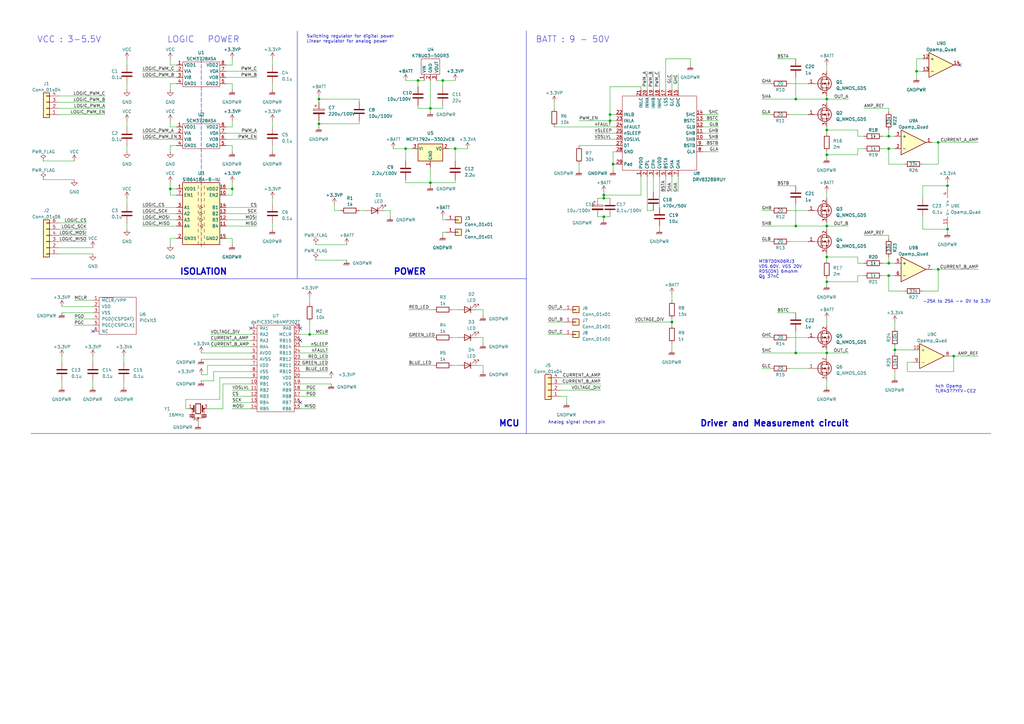
<source format=kicad_sch>
(kicad_sch (version 20230121) (generator eeschema)
  (paper "A3")
  (title_block (comment 3 "MCU or FPGA is needed to control BLDC motor") (comment 4 "BLDC motor drive circuit with Current measurement and Isolation"))
  (lib_symbols
    (symbol "0_kicad_wood:DCDC_Converter_3pin"
      (property "Reference" "U" (at -12.7 7.62 0))
      (property "Value" "DCDC_Converter_3pin" (at 0 7.62 0))
      (symbol "DCDC_Converter_3pin_1_1"
        (pin power_in line (at -2.54 -2.54 90) (length 2.54) (name "VIN") (number "1"))
        (pin power_in line (at 0 -2.54 90) (length 2.54) (name "GND") (number "2"))
        (pin power_out line (at 2.54 -2.54 90) (length 2.54) (name "VOUT") (number "3"))
      )
    )
    (symbol "0_kicad_wood:DRV8328(A/B)RUY"
      (property "Reference" "U" (at 0 0 0))
      (property "Value" "DRV8328(A/B)RUY" (at 0 -2.54 0))
      (symbol "DRV8328(A/B)RUY_1_1"
        (pin passive line (at -17.78 7.62 0) (length 2.54) (name "PVDD") (number "1"))
        (pin passive line (at -2.54 -17.78 90) (length 2.54) (name "SHB") (number "10"))
        (pin passive line (at 0 -17.78 90) (length 2.54) (name "GHB") (number "11"))
        (pin passive line (at 2.54 -17.78 90) (length 2.54) (name "GLB") (number "12"))
        (pin passive line (at 5.08 -17.78 90) (length 2.54) (name "BSTC") (number "13"))
        (pin passive line (at 7.62 -17.78 90) (length 2.54) (name "SHC") (number "14"))
        (pin passive line (at 17.78 -7.62 180) (length 2.54) (name "GHC") (number "15"))
        (pin passive line (at 17.78 -5.08 180) (length 2.54) (name "GLC") (number "16"))
        (pin passive line (at 17.78 -2.54 180) (length 2.54) (name "LSS") (number "17"))
        (pin passive line (at 17.78 0 180) (length 2.54) (name "INHC") (number "18"))
        (pin passive line (at 17.78 2.54 180) (length 2.54) (name "INHB") (number "19"))
        (pin passive line (at -17.78 5.08 0) (length 2.54) (name "CPL") (number "2"))
        (pin passive line (at 17.78 5.08 180) (length 2.54) (name "INHA") (number "20"))
        (pin passive line (at 17.78 7.62 180) (length 2.54) (name "INLC") (number "21"))
        (pin passive line (at 7.62 17.78 270) (length 2.54) (name "INLB") (number "22"))
        (pin passive line (at 5.08 17.78 270) (length 2.54) (name "INLA") (number "23"))
        (pin passive line (at 2.54 17.78 270) (length 2.54) (name "nFAULT") (number "24"))
        (pin passive line (at 0 17.78 270) (length 2.54) (name "nSLEEP") (number "25"))
        (pin passive line (at -2.54 17.78 270) (length 2.54) (name "VDSLVL") (number "26"))
        (pin passive line (at -5.08 17.78 270) (length 2.54) (name "DT") (number "27"))
        (pin passive line (at -7.62 17.78 270) (length 2.54) (name "GND") (number "28"))
        (pin passive line (at -12.7 17.78 270) (length 2.54) (name "Pad") (number "29"))
        (pin passive line (at -17.78 2.54 0) (length 2.54) (name "CPH") (number "3"))
        (pin passive line (at -17.78 0 0) (length 2.54) (name "GVDD") (number "4"))
        (pin passive line (at -17.78 -2.54 0) (length 2.54) (name "BSTA") (number "5"))
        (pin passive line (at -17.78 -5.08 0) (length 2.54) (name "SHA") (number "6"))
        (pin passive line (at -17.78 -7.62 0) (length 2.54) (name "GHA") (number "7"))
        (pin passive line (at -7.62 -17.78 90) (length 2.54) (name "GLA") (number "8"))
        (pin passive line (at -5.08 -17.78 90) (length 2.54) (name "BSTB") (number "9"))
      )
    )
    (symbol "0_kicad_wood:PICkit3" (pin_names (offset 1.016))
      (property "Reference" "U" (at -7.62 8.89 0))
      (property "Value" "PICkit3" (at 0 8.89 0))
      (symbol "PICkit3_1_1"
        (pin passive line (at -10.16 6.35 0) (length 2.54) (name "~{MCLR}/VPP") (number "1"))
        (pin passive line (at -10.16 3.81 0) (length 2.54) (name "VDD") (number "2"))
        (pin passive line (at -10.16 1.27 0) (length 2.54) (name "VSS") (number "3"))
        (pin passive line (at -10.16 -1.27 0) (length 2.54) (name "PGD(ICSPDAT)") (number "4"))
        (pin passive line (at -10.16 -3.81 0) (length 2.54) (name "PGC(ICSPCLK)") (number "5"))
        (pin passive line (at -10.16 -6.35 0) (length 2.54) (name "NC") (number "6"))
      )
    )
    (symbol "0_kicad_wood:SCM3728ASA"
      (property "Reference" "U" (at 0 8.89 0))
      (property "Value" "SCM3728ASA" (at 0 6.35 0))
      (symbol "SCM3728ASA_1_1"
        (pin passive line (at -10.16 3.81 0) (length 2.54) (name "VDD1") (number "1"))
        (pin passive line (at -10.16 1.27 0) (length 2.54) (name "VIA") (number "2"))
        (pin passive line (at -10.16 -1.27 0) (length 2.54) (name "VIB") (number "3"))
        (pin passive line (at -10.16 -3.81 0) (length 2.54) (name "GND1") (number "4"))
        (pin passive line (at 10.16 -3.81 180) (length 2.54) (name "GND2") (number "5"))
        (pin passive line (at 10.16 -1.27 180) (length 2.54) (name "VOB") (number "6"))
        (pin passive line (at 10.16 1.27 180) (length 2.54) (name "VOA") (number "7"))
        (pin passive line (at 10.16 3.81 180) (length 2.54) (name "VDD2") (number "8"))
      )
    )
    (symbol "0_kicad_wood:dsPIC33CH64MP202T" (pin_names (offset 1.016))
      (property "Reference" "U" (at -13.97 20.32 0))
      (property "Value" "dsPIC33CH64MP202T" (at 0 20.32 0))
      (symbol "dsPIC33CH64MP202T_1_1"
        (pin passive line (at -10.16 16.51 0) (length 2.54) (name "RA1") (number "1"))
        (pin passive line (at -10.16 -6.35 0) (length 2.54) (name "RB1") (number "10"))
        (pin passive line (at -10.16 -8.89 0) (length 2.54) (name "RB2") (number "11"))
        (pin passive line (at -10.16 -11.43 0) (length 2.54) (name "RB3") (number "12"))
        (pin passive line (at -10.16 -13.97 0) (length 2.54) (name "RB4") (number "13"))
        (pin passive line (at -10.16 -16.51 0) (length 2.54) (name "RB5") (number "14"))
        (pin passive line (at 10.16 -16.51 180) (length 2.54) (name "RB6") (number "15"))
        (pin passive line (at 10.16 -13.97 180) (length 2.54) (name "RB7") (number "16"))
        (pin passive line (at 10.16 -11.43 180) (length 2.54) (name "RB8") (number "17"))
        (pin passive line (at 10.16 -8.89 180) (length 2.54) (name "RB9") (number "18"))
        (pin passive line (at 10.16 -6.35 180) (length 2.54) (name "VSS") (number "19"))
        (pin passive line (at -10.16 13.97 0) (length 2.54) (name "RA2") (number "2"))
        (pin passive line (at 10.16 -3.81 180) (length 2.54) (name "VDD") (number "20"))
        (pin passive line (at 10.16 -1.27 180) (length 2.54) (name "RB10") (number "21"))
        (pin passive line (at 10.16 1.27 180) (length 2.54) (name "RB11") (number "22"))
        (pin passive line (at 10.16 3.81 180) (length 2.54) (name "RB12") (number "23"))
        (pin passive line (at 10.16 6.35 180) (length 2.54) (name "RB13") (number "24"))
        (pin passive line (at 10.16 8.89 180) (length 2.54) (name "RB14") (number "25"))
        (pin passive line (at 10.16 11.43 180) (length 2.54) (name "RB15") (number "26"))
        (pin passive line (at 10.16 13.97 180) (length 2.54) (name "MCLR") (number "27"))
        (pin passive line (at 10.16 16.51 180) (length 2.54) (name "RA0") (number "28"))
        (pin passive line (at -10.16 11.43 0) (length 2.54) (name "RA3") (number "3"))
        (pin passive line (at -10.16 8.89 0) (length 2.54) (name "RA4") (number "4"))
        (pin passive line (at -10.16 6.35 0) (length 2.54) (name "AVDD") (number "5"))
        (pin passive line (at -10.16 3.81 0) (length 2.54) (name "AVSS") (number "6"))
        (pin passive line (at -10.16 1.27 0) (length 2.54) (name "VDD") (number "7"))
        (pin passive line (at -10.16 -1.27 0) (length 2.54) (name "VSS") (number "8"))
        (pin passive line (at -10.16 -3.81 0) (length 2.54) (name "RB0") (number "9"))
      )
    )
    (symbol "Connector_Generic:Conn_01x01" (pin_names (offset 1.016) hide)
      (property "Reference" "J" (at 0 2.54 0))
      (property "Value" "Conn_01x01" (at 0 -2.54 0))
      (symbol "Conn_01x01_1_1"
        (pin passive line (at -5.08 0 0) (length 3.81) (name "Pin_1") (number "1"))
      )
    )
    (symbol "Connector_Generic:Conn_01x04" (pin_names (offset 1.016) hide)
      (property "Reference" "J" (at 0 5.08 0))
      (property "Value" "Conn_01x04" (at 0 -7.62 0))
      (symbol "Conn_01x04_1_1"
        (pin passive line (at -5.08 2.54 0) (length 3.81) (name "Pin_1") (number "1"))
        (pin passive line (at -5.08 0 0) (length 3.81) (name "Pin_2") (number "2"))
        (pin passive line (at -5.08 -2.54 0) (length 3.81) (name "Pin_3") (number "3"))
        (pin passive line (at -5.08 -5.08 0) (length 3.81) (name "Pin_4") (number "4"))
      )
    )
    (symbol "Connector_Generic:Conn_01x06" (pin_names (offset 1.016) hide)
      (property "Reference" "J" (at 0 7.62 0))
      (property "Value" "Conn_01x06" (at 0 -10.16 0))
      (symbol "Conn_01x06_1_1"
        (pin passive line (at -5.08 5.08 0) (length 3.81) (name "Pin_1") (number "1"))
        (pin passive line (at -5.08 2.54 0) (length 3.81) (name "Pin_2") (number "2"))
        (pin passive line (at -5.08 0 0) (length 3.81) (name "Pin_3") (number "3"))
        (pin passive line (at -5.08 -2.54 0) (length 3.81) (name "Pin_4") (number "4"))
        (pin passive line (at -5.08 -5.08 0) (length 3.81) (name "Pin_5") (number "5"))
        (pin passive line (at -5.08 -7.62 0) (length 3.81) (name "Pin_6") (number "6"))
      )
    )
    (symbol "Device:C" (pin_numbers hide) (pin_names (offset 0.254))
      (property "Reference" "C" (at 0.635 2.54 0))
      (property "Value" "C" (at 0.635 -2.54 0))
      (symbol "C_1_1"
        (pin passive line (at 0 3.81 270) (length 2.794) (name "~") (number "1"))
        (pin passive line (at 0 -3.81 90) (length 2.794) (name "~") (number "2"))
      )
    )
    (symbol "Device:C_Polarized" (pin_numbers hide) (pin_names (offset 0.254))
      (property "Reference" "C" (at 0.635 2.54 0))
      (property "Value" "C_Polarized" (at 0.635 -2.54 0))
      (symbol "C_Polarized_1_1"
        (pin passive line (at 0 3.81 270) (length 2.794) (name "~") (number "1"))
        (pin passive line (at 0 -3.81 90) (length 2.794) (name "~") (number "2"))
      )
    )
    (symbol "Device:LED" (pin_numbers hide) (pin_names (offset 1.016) hide)
      (property "Reference" "D" (at 0 2.54 0))
      (property "Value" "LED" (at 0 -2.54 0))
      (symbol "LED_1_1"
        (pin passive line (at -3.81 0 0) (length 2.54) (name "K") (number "1"))
        (pin passive line (at 3.81 0 180) (length 2.54) (name "A") (number "2"))
      )
    )
    (symbol "Device:Opamp_Quad"
      (property "Reference" "U" (at 0 5.08 0))
      (property "Value" "Opamp_Quad" (at 0 -5.08 0))
      (symbol "Opamp_Quad_1_1"
        (pin output line (at 7.62 0 180) (length 2.54) (name "~") (number "1"))
        (pin input line (at -7.62 -2.54 0) (length 2.54) (name "-") (number "2"))
        (pin input line (at -7.62 2.54 0) (length 2.54) (name "+") (number "3"))
      )
      (symbol "Opamp_Quad_2_1"
        (pin input line (at -7.62 2.54 0) (length 2.54) (name "+") (number "5"))
        (pin input line (at -7.62 -2.54 0) (length 2.54) (name "-") (number "6"))
        (pin output line (at 7.62 0 180) (length 2.54) (name "~") (number "7"))
      )
      (symbol "Opamp_Quad_3_1"
        (pin input line (at -7.62 2.54 0) (length 2.54) (name "+") (number "10"))
        (pin output line (at 7.62 0 180) (length 2.54) (name "~") (number "8"))
        (pin input line (at -7.62 -2.54 0) (length 2.54) (name "-") (number "9"))
      )
      (symbol "Opamp_Quad_4_1"
        (pin input line (at -7.62 2.54 0) (length 2.54) (name "+") (number "12"))
        (pin input line (at -7.62 -2.54 0) (length 2.54) (name "-") (number "13"))
        (pin output line (at 7.62 0 180) (length 2.54) (name "~") (number "14"))
      )
      (symbol "Opamp_Quad_5_1"
        (pin power_in line (at -2.54 -7.62 90) (length 3.81) (name "V-") (number "11"))
        (pin power_in line (at -2.54 7.62 270) (length 3.81) (name "V+") (number "4"))
      )
    )
    (symbol "Device:Q_NMOS_GDS" (pin_names (offset 0) hide)
      (property "Reference" "Q" (at 5.08 1.27 0))
      (property "Value" "Q_NMOS_GDS" (at 5.08 -1.27 0))
      (symbol "Q_NMOS_GDS_1_1"
        (pin input line (at -5.08 0 0) (length 2.54) (name "G") (number "1"))
        (pin passive line (at 2.54 5.08 270) (length 2.54) (name "D") (number "2"))
        (pin passive line (at 2.54 -5.08 90) (length 2.54) (name "S") (number "3"))
      )
    )
    (symbol "Device:R" (pin_numbers hide) (pin_names (offset 0))
      (property "Reference" "R" (at 2.032 0 90))
      (property "Value" "R" (at 0 0 90))
      (symbol "R_1_1"
        (pin passive line (at 0 3.81 270) (length 1.27) (name "~") (number "1"))
        (pin passive line (at 0 -3.81 90) (length 1.27) (name "~") (number "2"))
      )
    )
    (symbol "Device:Resonator" (pin_names (offset 1.016) hide)
      (property "Reference" "Y" (at 0 5.715 0))
      (property "Value" "Resonator" (at 0 3.81 0))
      (symbol "Resonator_1_1"
        (pin passive line (at -3.81 0 0) (length 1.27) (name "1") (number "1"))
        (pin passive line (at 0 -5.08 90) (length 1.27) (name "2") (number "2"))
        (pin passive line (at 3.81 0 180) (length 1.27) (name "3") (number "3"))
      )
    )
    (symbol "Isolator:Si8641BA-B-IU"
      (property "Reference" "U" (at 0 15.875 0))
      (property "Value" "Si8641BA-B-IU" (at 0 13.97 0))
      (symbol "Si8641BA-B-IU_1_1"
        (pin power_in line (at -10.16 10.16 0) (length 2.54) (name "VDD1") (number "1"))
        (pin input line (at 10.16 7.62 180) (length 2.54) (name "EN2") (number "10"))
        (pin input line (at 10.16 -5.08 180) (length 2.54) (name "B4") (number "11"))
        (pin output line (at 10.16 -2.54 180) (length 2.54) (name "B3") (number "12"))
        (pin output line (at 10.16 0 180) (length 2.54) (name "B2") (number "13"))
        (pin output line (at 10.16 2.54 180) (length 2.54) (name "B1") (number "14"))
        (pin power_in line (at 10.16 -10.16 180) (length 2.54) (name "GND2") (number "15"))
        (pin power_in line (at 10.16 10.16 180) (length 2.54) (name "VDD2") (number "16"))
        (pin power_in line (at -10.16 -10.16 0) (length 2.54) (name "GND1") (number "2"))
        (pin input line (at -10.16 2.54 0) (length 2.54) (name "A1") (number "3"))
        (pin input line (at -10.16 0 0) (length 2.54) (name "A2") (number "4"))
        (pin input line (at -10.16 -2.54 0) (length 2.54) (name "A3") (number "5"))
        (pin output line (at -10.16 -5.08 0) (length 2.54) (name "A4") (number "6"))
        (pin input line (at -10.16 7.62 0) (length 2.54) (name "EN1") (number "7"))
        (pin passive line (at -10.16 -10.16 0) (length 2.54) hide (name "GND1") (number "8"))
        (pin passive line (at 10.16 -10.16 180) (length 2.54) hide (name "GND2") (number "9"))
      )
    )
    (symbol "Regulator_Linear:MCP1792x-3302xCB" (pin_names (offset 0.254))
      (property "Reference" "U" (at -3.81 3.175 0))
      (property "Value" "MCP1792x-3302xCB" (at 0 3.175 0))
      (symbol "MCP1792x-3302xCB_1_1"
        (pin power_in line (at 0 -7.62 90) (length 2.54) (name "GND") (number "1"))
        (pin power_out line (at 7.62 0 180) (length 2.54) (name "VO") (number "2"))
        (pin power_in line (at -7.62 0 0) (length 2.54) (name "VI") (number "3"))
      )
    )
    (symbol "power:+3.3VA" (power) (pin_names (offset 0))
      (property "Value" "+3.3VA" (at 0 3.556 0))
      (symbol "+3.3VA_1_1"
        (pin power_in line (at 0 0 90) (length 0) hide (name "+3.3VA") (number "1"))
      )
    )
    (symbol "power:+3.3VP" (power) (pin_names (offset 0))
      (property "Value" "+3.3VP" (at 0 2.54 0))
      (symbol "+3.3VP_0_0"
        (pin power_in line (at 0 0 90) (length 0) hide (name "+3.3VP") (number "1"))
      )
    )
    (symbol "power:+BATT" (power) (pin_names (offset 0))
      (property "Value" "+BATT" (at 0 3.556 0))
      (symbol "+BATT_1_1"
        (pin power_in line (at 0 0 90) (length 0) hide (name "+BATT") (number "1"))
      )
    )
    (symbol "power:GND" (power) (pin_names (offset 0))
      (property "Value" "GND" (at 0 -3.81 0))
      (symbol "GND_1_1"
        (pin power_in line (at 0 0 270) (length 0) hide (name "GND") (number "1"))
      )
    )
    (symbol "power:GNDPWR" (power) (pin_names (offset 0))
      (property "Value" "GNDPWR" (at 0 -3.302 0))
      (symbol "GNDPWR_1_1"
        (pin power_in line (at 0 0 270) (length 0) hide (name "GNDPWR") (number "1"))
      )
    )
    (symbol "power:PWR_FLAG" (power) (pin_numbers hide) (pin_names (offset 0) hide)
      (property "Value" "PWR_FLAG" (at 0 3.81 0))
      (symbol "PWR_FLAG_0_0"
        (pin power_out line (at 0 0 90) (length 0) (name "pwr") (number "1"))
      )
    )
    (symbol "power:VCC" (power) (pin_names (offset 0))
      (property "Value" "VCC" (at 0 3.81 0))
      (symbol "VCC_1_1"
        (pin power_in line (at 0 0 90) (length 0) hide (name "VCC") (number "1"))
      )
    )
  )
  (junction (at 326.39 144.78))
  (junction (at 166.37 60.96))
  (junction (at 339.09 105.41))
  (junction (at 247.65 81.28))
  (junction (at 339.09 115.57))
  (junction (at 339.09 53.34))
  (junction (at 130.81 50.8))
  (junction (at 367.03 143.51))
  (junction (at 391.16 146.05))
  (junction (at 176.53 44.45))
  (junction (at 339.09 63.5))
  (junction (at 339.09 144.78))
  (junction (at 364.49 55.88))
  (junction (at 186.69 60.96))
  (junction (at 339.09 92.71))
  (junction (at 181.61 33.02))
  (junction (at 250.19 46.99))
  (junction (at 388.62 76.2))
  (junction (at 275.59 132.08))
  (junction (at 384.81 58.42))
  (junction (at 364.49 113.03))
  (junction (at 250.19 49.53))
  (junction (at 127 137.16))
  (junction (at 176.53 74.93))
  (junction (at 247.65 88.9))
  (junction (at 375.92 29.21))
  (junction (at 364.49 60.96))
  (junction (at 384.81 110.49))
  (junction (at 171.45 33.02))
  (junction (at 251.46 67.31))
  (junction (at 364.49 107.95))
  (junction (at 130.81 40.64))
  (junction (at 95.25 77.47))
  (junction (at 326.39 92.71))
  (junction (at 388.62 93.98))
  (junction (at 339.09 40.64))
  (junction (at 69.85 77.47))
  (junction (at 247.65 80.01))
  (junction (at 326.39 40.64))
  (no_connect (at 123.19 134.62))
  (no_connect (at 393.7 26.67))
  (no_connect (at 123.19 165.1))
  (no_connect (at 123.19 139.7))
  (no_connect (at 102.87 134.62))
  (no_connect (at 38.1 135.89))
  (wire (pts (xy 388.62 76.2) (xy 378.46 76.2)))
  (wire (pts (xy 38.1 156.21) (xy 38.1 158.75)))
  (wire (pts (xy 339.09 53.34) (xy 339.09 54.61)))
  (wire (pts (xy 275.59 30.48) (xy 275.59 36.83)))
  (wire (pts (xy 252.73 62.23) (xy 251.46 62.23)))
  (wire (pts (xy 86.36 137.16) (xy 102.87 137.16)))
  (wire (pts (xy 123.19 147.32) (xy 134.62 147.32)))
  (wire (pts (xy 288.29 52.07) (xy 294.64 52.07)))
  (wire (pts (xy 102.87 152.4) (xy 87.63 152.4)))
  (wire (pts (xy 323.85 86.36) (xy 331.47 86.36)))
  (wire (pts (xy 312.42 144.78) (xy 326.39 144.78)))
  (wire (pts (xy 323.85 138.43) (xy 331.47 138.43)))
  (wire (pts (xy 339.09 92.71) (xy 347.98 92.71)))
  (wire (pts (xy 90.17 163.83) (xy 76.2 163.83)))
  (wire (pts (xy 361.95 60.96) (xy 364.49 60.96)))
  (polyline (pts (xy 215.9 12.7) (xy 215.9 177.8)))
  (wire (pts (xy 86.36 139.7) (xy 102.87 139.7)))
  (wire (pts (xy 267.97 72.39) (xy 267.97 78.74)))
  (wire (pts (xy 312.42 99.06) (xy 316.23 99.06)))
  (wire (pts (xy 130.81 50.8) (xy 147.32 50.8)))
  (wire (pts (xy 95.25 165.1) (xy 102.87 165.1)))
  (wire (pts (xy 339.09 115.57) (xy 339.09 116.84)))
  (wire (pts (xy 123.19 160.02) (xy 129.54 160.02)))
  (wire (pts (xy 181.61 44.45) (xy 181.61 43.18)))
  (wire (pts (xy 58.42 87.63) (xy 72.39 87.63)))
  (wire (pts (xy 251.46 67.31) (xy 251.46 69.85)))
  (wire (pts (xy 339.09 156.21) (xy 339.09 158.75)))
  (wire (pts (xy 186.69 60.96) (xy 186.69 66.04)))
  (wire (pts (xy 339.09 26.67) (xy 339.09 29.21)))
  (wire (pts (xy 372.11 148.59) (xy 372.11 152.4)))
  (wire (pts (xy 250.19 46.99) (xy 250.19 49.53)))
  (wire (pts (xy 58.42 92.71) (xy 72.39 92.71)))
  (wire (pts (xy 81.28 172.72) (xy 81.28 173.99)))
  (wire (pts (xy 161.29 60.96) (xy 166.37 60.96)))
  (wire (pts (xy 111.76 34.29) (xy 111.76 36.83)))
  (wire (pts (xy 384.81 58.42) (xy 382.27 58.42)))
  (wire (pts (xy 24.13 91.44) (xy 35.56 91.44)))
  (wire (pts (xy 351.79 107.95) (xy 351.79 105.41)))
  (wire (pts (xy 388.62 93.98) (xy 388.62 95.25)))
  (wire (pts (xy 147.32 41.91) (xy 147.32 40.64)))
  (wire (pts (xy 92.71 77.47) (xy 95.25 77.47)))
  (wire (pts (xy 30.48 130.81) (xy 38.1 130.81)))
  (wire (pts (xy 237.49 49.53) (xy 250.19 49.53)))
  (wire (pts (xy 378.46 76.2) (xy 378.46 81.28)))
  (wire (pts (xy 69.85 24.13) (xy 69.85 26.67)))
  (wire (pts (xy 237.49 67.31) (xy 237.49 69.85)))
  (wire (pts (xy 181.61 95.25) (xy 181.61 96.52)))
  (wire (pts (xy 160.02 86.36) (xy 160.02 88.9)))
  (wire (pts (xy 251.46 62.23) (xy 251.46 67.31)))
  (wire (pts (xy 198.12 138.43) (xy 198.12 140.97)))
  (wire (pts (xy 229.87 157.48) (xy 246.38 157.48)))
  (wire (pts (xy 378.46 67.31) (xy 384.81 67.31)))
  (wire (pts (xy 123.19 167.64) (xy 129.54 167.64)))
  (wire (pts (xy 229.87 160.02) (xy 246.38 160.02)))
  (wire (pts (xy 288.29 59.69) (xy 294.64 59.69)))
  (wire (pts (xy 339.09 105.41) (xy 339.09 106.68)))
  (wire (pts (xy 137.16 83.82) (xy 137.16 86.36)))
  (wire (pts (xy 86.36 142.24) (xy 102.87 142.24)))
  (wire (pts (xy 111.76 49.53) (xy 111.76 52.07)))
  (wire (pts (xy 243.84 57.15) (xy 252.73 57.15)))
  (wire (pts (xy 69.85 80.01) (xy 69.85 77.47)))
  (wire (pts (xy 229.87 162.56) (xy 232.41 162.56)))
  (wire (pts (xy 72.39 80.01) (xy 69.85 80.01)))
  (wire (pts (xy 375.92 24.13) (xy 375.92 29.21)))
  (wire (pts (xy 111.76 24.13) (xy 111.76 26.67)))
  (wire (pts (xy 102.87 149.86) (xy 85.09 149.86)))
  (wire (pts (xy 384.81 110.49) (xy 382.27 110.49)))
  (wire (pts (xy 166.37 73.66) (xy 166.37 74.93)))
  (wire (pts (xy 247.65 80.01) (xy 262.89 80.01)))
  (wire (pts (xy 224.79 127) (xy 231.14 127)))
  (wire (pts (xy 388.62 76.2) (xy 388.62 77.47)))
  (wire (pts (xy 95.25 34.29) (xy 95.25 36.83)))
  (wire (pts (xy 318.77 24.13) (xy 326.39 24.13)))
  (wire (pts (xy 389.89 146.05) (xy 391.16 146.05)))
  (wire (pts (xy 25.4 156.21) (xy 25.4 158.75)))
  (wire (pts (xy 367.03 152.4) (xy 367.03 154.94)))
  (wire (pts (xy 24.13 46.99) (xy 43.18 46.99)))
  (wire (pts (xy 166.37 60.96) (xy 166.37 66.04)))
  (wire (pts (xy 378.46 93.98) (xy 388.62 93.98)))
  (wire (pts (xy 339.09 39.37) (xy 339.09 40.64)))
  (wire (pts (xy 375.92 29.21) (xy 375.92 31.75)))
  (wire (pts (xy 198.12 127) (xy 198.12 129.54)))
  (wire (pts (xy 237.49 59.69) (xy 252.73 59.69)))
  (wire (pts (xy 95.25 160.02) (xy 102.87 160.02)))
  (wire (pts (xy 288.29 49.53) (xy 294.64 49.53)))
  (wire (pts (xy 87.63 152.4) (xy 87.63 156.21)))
  (wire (pts (xy 92.71 85.09) (xy 105.41 85.09)))
  (wire (pts (xy 195.58 149.86) (xy 198.12 149.86)))
  (wire (pts (xy 270.51 29.21) (xy 270.51 36.83)))
  (wire (pts (xy 288.29 54.61) (xy 294.64 54.61)))
  (wire (pts (xy 339.09 40.64) (xy 347.98 40.64)))
  (wire (pts (xy 176.53 33.02) (xy 176.53 44.45)))
  (wire (pts (xy 323.85 34.29) (xy 331.47 34.29)))
  (wire (pts (xy 323.85 46.99) (xy 331.47 46.99)))
  (wire (pts (xy 90.17 154.94) (xy 90.17 163.83)))
  (wire (pts (xy 318.77 76.2) (xy 326.39 76.2)))
  (wire (pts (xy 339.09 91.44) (xy 339.09 92.71)))
  (wire (pts (xy 275.59 120.65) (xy 275.59 123.19)))
  (wire (pts (xy 130.81 49.53) (xy 130.81 50.8)))
  (wire (pts (xy 95.25 97.79) (xy 95.25 100.33)))
  (wire (pts (xy 361.95 107.95) (xy 364.49 107.95)))
  (wire (pts (xy 130.81 39.37) (xy 130.81 40.64)))
  (wire (pts (xy 265.43 29.21) (xy 265.43 36.83)))
  (wire (pts (xy 58.42 54.61) (xy 72.39 54.61)))
  (wire (pts (xy 91.44 157.48) (xy 91.44 167.64)))
  (wire (pts (xy 69.85 26.67) (xy 72.39 26.67)))
  (wire (pts (xy 179.07 33.02) (xy 181.61 33.02)))
  (wire (pts (xy 391.16 146.05) (xy 401.32 146.05)))
  (wire (pts (xy 102.87 157.48) (xy 91.44 157.48)))
  (wire (pts (xy 129.54 106.68) (xy 142.24 106.68)))
  (wire (pts (xy 326.39 83.82) (xy 326.39 92.71)))
  (wire (pts (xy 198.12 149.86) (xy 198.12 152.4)))
  (wire (pts (xy 95.25 52.07) (xy 95.25 49.53)))
  (wire (pts (xy 278.13 72.39) (xy 278.13 78.74)))
  (wire (pts (xy 24.13 44.45) (xy 43.18 44.45)))
  (wire (pts (xy 312.42 86.36) (xy 316.23 86.36)))
  (wire (pts (xy 130.81 40.64) (xy 147.32 40.64)))
  (wire (pts (xy 72.39 34.29) (xy 69.85 34.29)))
  (wire (pts (xy 378.46 88.9) (xy 378.46 93.98)))
  (wire (pts (xy 69.85 100.33) (xy 69.85 97.79)))
  (wire (pts (xy 181.61 33.02) (xy 181.61 35.56)))
  (wire (pts (xy 351.79 55.88) (xy 351.79 53.34)))
  (wire (pts (xy 364.49 44.45) (xy 364.49 45.72)))
  (polyline (pts (xy 121.92 12.7) (xy 121.92 114.3)))
  (wire (pts (xy 354.33 96.52) (xy 364.49 96.52)))
  (wire (pts (xy 195.58 127) (xy 198.12 127)))
  (wire (pts (xy 270.51 72.39) (xy 270.51 85.09)))
  (wire (pts (xy 95.25 80.01) (xy 95.25 77.47)))
  (wire (pts (xy 168.91 60.96) (xy 166.37 60.96)))
  (wire (pts (xy 82.55 147.32) (xy 102.87 147.32)))
  (wire (pts (xy 388.62 92.71) (xy 388.62 93.98)))
  (wire (pts (xy 323.85 99.06) (xy 331.47 99.06)))
  (wire (pts (xy 25.4 128.27) (xy 38.1 128.27)))
  (wire (pts (xy 25.4 146.05) (xy 25.4 148.59)))
  (wire (pts (xy 58.42 31.75) (xy 72.39 31.75)))
  (wire (pts (xy 247.65 80.01) (xy 247.65 81.28)))
  (wire (pts (xy 167.64 138.43) (xy 177.8 138.43)))
  (wire (pts (xy 339.09 143.51) (xy 339.09 144.78)))
  (wire (pts (xy 326.39 135.89) (xy 326.39 144.78)))
  (wire (pts (xy 186.69 74.93) (xy 186.69 73.66)))
  (wire (pts (xy 176.53 44.45) (xy 181.61 44.45)))
  (wire (pts (xy 182.88 95.25) (xy 181.61 95.25)))
  (wire (pts (xy 364.49 67.31) (xy 370.84 67.31)))
  (wire (pts (xy 339.09 144.78) (xy 347.98 144.78)))
  (wire (pts (xy 95.25 26.67) (xy 95.25 24.13)))
  (wire (pts (xy 262.89 36.83) (xy 262.89 35.56)))
  (wire (pts (xy 52.07 59.69) (xy 52.07 62.23)))
  (wire (pts (xy 137.16 86.36) (xy 139.7 86.36)))
  (wire (pts (xy 91.44 167.64) (xy 85.09 167.64)))
  (wire (pts (xy 171.45 44.45) (xy 176.53 44.45)))
  (wire (pts (xy 69.85 77.47) (xy 72.39 77.47)))
  (wire (pts (xy 364.49 53.34) (xy 364.49 55.88)))
  (wire (pts (xy 354.33 55.88) (xy 351.79 55.88)))
  (wire (pts (xy 76.2 167.64) (xy 77.47 167.64)))
  (wire (pts (xy 275.59 72.39) (xy 275.59 78.74)))
  (wire (pts (xy 95.25 162.56) (xy 102.87 162.56)))
  (wire (pts (xy 181.61 33.02) (xy 186.69 33.02)))
  (wire (pts (xy 85.09 153.67) (xy 82.55 153.67)))
  (wire (pts (xy 30.48 133.35) (xy 38.1 133.35)))
  (wire (pts (xy 364.49 60.96) (xy 364.49 67.31)))
  (wire (pts (xy 339.09 114.3) (xy 339.09 115.57)))
  (wire (pts (xy 195.58 138.43) (xy 198.12 138.43)))
  (wire (pts (xy 157.48 86.36) (xy 160.02 86.36)))
  (wire (pts (xy 92.71 59.69) (xy 95.25 59.69)))
  (wire (pts (xy 312.42 151.13) (xy 316.23 151.13)))
  (wire (pts (xy 312.42 46.99) (xy 316.23 46.99)))
  (wire (pts (xy 339.09 78.74) (xy 339.09 81.28)))
  (wire (pts (xy 232.41 162.56) (xy 232.41 165.1)))
  (wire (pts (xy 245.11 81.28) (xy 247.65 81.28)))
  (wire (pts (xy 364.49 119.38) (xy 370.84 119.38)))
  (wire (pts (xy 265.43 86.36) (xy 265.43 72.39)))
  (wire (pts (xy 339.09 63.5) (xy 339.09 64.77)))
  (wire (pts (xy 87.63 156.21) (xy 82.55 156.21)))
  (wire (pts (xy 364.49 107.95) (xy 367.03 107.95)))
  (wire (pts (xy 92.71 90.17) (xy 105.41 90.17)))
  (wire (pts (xy 123.19 144.78) (xy 134.62 144.78)))
  (wire (pts (xy 52.07 91.44) (xy 52.07 93.98)))
  (wire (pts (xy 129.54 100.33) (xy 142.24 100.33)))
  (wire (pts (xy 127 137.16) (xy 134.62 137.16)))
  (wire (pts (xy 247.65 88.9) (xy 247.65 90.17)))
  (wire (pts (xy 224.79 137.16) (xy 231.14 137.16)))
  (wire (pts (xy 270.51 92.71) (xy 270.51 93.98)))
  (wire (pts (xy 374.65 148.59) (xy 372.11 148.59)))
  (wire (pts (xy 123.19 137.16) (xy 127 137.16)))
  (wire (pts (xy 354.33 44.45) (xy 364.49 44.45)))
  (wire (pts (xy 167.64 127) (xy 177.8 127)))
  (wire (pts (xy 388.62 74.93) (xy 388.62 76.2)))
  (wire (pts (xy 351.79 115.57) (xy 339.09 115.57)))
  (wire (pts (xy 375.92 29.21) (xy 378.46 29.21)))
  (wire (pts (xy 181.61 88.9) (xy 181.61 90.17)))
  (wire (pts (xy 92.71 31.75) (xy 105.41 31.75)))
  (wire (pts (xy 245.11 88.9) (xy 247.65 88.9)))
  (wire (pts (xy 171.45 33.02) (xy 173.99 33.02)))
  (wire (pts (xy 326.39 92.71) (xy 339.09 92.71)))
  (wire (pts (xy 247.65 78.74) (xy 247.65 80.01)))
  (wire (pts (xy 186.69 60.96) (xy 191.77 60.96)))
  (wire (pts (xy 123.19 142.24) (xy 134.62 142.24)))
  (wire (pts (xy 275.59 130.81) (xy 275.59 132.08)))
  (wire (pts (xy 262.89 72.39) (xy 262.89 80.01)))
  (wire (pts (xy 123.19 149.86) (xy 134.62 149.86)))
  (wire (pts (xy 260.35 132.08) (xy 275.59 132.08)))
  (wire (pts (xy 312.42 34.29) (xy 316.23 34.29)))
  (wire (pts (xy 273.05 36.83) (xy 273.05 24.13)))
  (wire (pts (xy 17.78 73.66) (xy 30.48 73.66)))
  (wire (pts (xy 58.42 85.09) (xy 72.39 85.09)))
  (wire (pts (xy 288.29 46.99) (xy 294.64 46.99)))
  (wire (pts (xy 267.97 29.21) (xy 267.97 36.83)))
  (wire (pts (xy 95.25 167.64) (xy 102.87 167.64)))
  (wire (pts (xy 69.85 52.07) (xy 72.39 52.07)))
  (wire (pts (xy 111.76 59.69) (xy 111.76 62.23)))
  (wire (pts (xy 123.19 162.56) (xy 129.54 162.56)))
  (wire (pts (xy 354.33 113.03) (xy 351.79 113.03)))
  (wire (pts (xy 92.71 87.63) (xy 105.41 87.63)))
  (wire (pts (xy 339.09 40.64) (xy 339.09 41.91)))
  (wire (pts (xy 339.09 92.71) (xy 339.09 93.98)))
  (wire (pts (xy 354.33 60.96) (xy 351.79 60.96)))
  (wire (pts (xy 250.19 35.56) (xy 250.19 46.99)))
  (wire (pts (xy 364.49 60.96) (xy 367.03 60.96)))
  (wire (pts (xy 52.07 49.53) (xy 52.07 52.07)))
  (wire (pts (xy 24.13 41.91) (xy 43.18 41.91)))
  (wire (pts (xy 85.09 149.86) (xy 85.09 153.67)))
  (wire (pts (xy 69.85 97.79) (xy 72.39 97.79)))
  (wire (pts (xy 17.78 66.04) (xy 30.48 66.04)))
  (wire (pts (xy 250.19 49.53) (xy 252.73 49.53)))
  (wire (pts (xy 273.05 24.13) (xy 283.21 24.13)))
  (wire (pts (xy 92.71 57.15) (xy 105.41 57.15)))
  (wire (pts (xy 247.65 81.28) (xy 250.19 81.28)))
  (wire (pts (xy 25.4 125.73) (xy 38.1 125.73)))
  (wire (pts (xy 227.33 52.07) (xy 252.73 52.07)))
  (wire (pts (xy 247.65 88.9) (xy 250.19 88.9)))
  (wire (pts (xy 185.42 138.43) (xy 187.96 138.43)))
  (wire (pts (xy 95.25 59.69) (xy 95.25 62.23)))
  (wire (pts (xy 38.1 146.05) (xy 38.1 148.59)))
  (wire (pts (xy 123.19 157.48) (xy 135.89 157.48)))
  (wire (pts (xy 361.95 113.03) (xy 364.49 113.03)))
  (wire (pts (xy 102.87 154.94) (xy 90.17 154.94)))
  (wire (pts (xy 354.33 107.95) (xy 351.79 107.95)))
  (polyline (pts (xy 12.7 177.8) (xy 215.9 177.8)))
  (wire (pts (xy 391.16 152.4) (xy 391.16 146.05)))
  (wire (pts (xy 364.49 96.52) (xy 364.49 97.79)))
  (wire (pts (xy 384.81 67.31) (xy 384.81 58.42)))
  (wire (pts (xy 95.25 77.47) (xy 95.25 74.93)))
  (wire (pts (xy 185.42 127) (xy 187.96 127)))
  (wire (pts (xy 130.81 50.8) (xy 130.81 52.07)))
  (wire (pts (xy 50.8 156.21) (xy 50.8 158.75)))
  (wire (pts (xy 367.03 143.51) (xy 374.65 143.51)))
  (wire (pts (xy 364.49 105.41) (xy 364.49 107.95)))
  (wire (pts (xy 278.13 30.48) (xy 278.13 36.83)))
  (wire (pts (xy 69.85 49.53) (xy 69.85 52.07)))
  (wire (pts (xy 339.09 104.14) (xy 339.09 105.41)))
  (wire (pts (xy 24.13 104.14) (xy 38.1 104.14)))
  (wire (pts (xy 364.49 55.88) (xy 367.03 55.88)))
  (wire (pts (xy 167.64 149.86) (xy 177.8 149.86)))
  (wire (pts (xy 243.84 54.61) (xy 252.73 54.61)))
  (wire (pts (xy 24.13 96.52) (xy 35.56 96.52)))
  (wire (pts (xy 364.49 113.03) (xy 364.49 119.38)))
  (wire (pts (xy 361.95 55.88) (xy 364.49 55.88)))
  (wire (pts (xy 224.79 132.08) (xy 231.14 132.08)))
  (wire (pts (xy 351.79 63.5) (xy 339.09 63.5)))
  (wire (pts (xy 58.42 29.21) (xy 72.39 29.21)))
  (wire (pts (xy 24.13 101.6) (xy 38.1 101.6)))
  (polyline (pts (xy 74.93 114.3) (xy 215.9 114.3)))
  (wire (pts (xy 176.53 44.45) (xy 176.53 45.72)))
  (polyline (pts (xy 82.55 24.13) (xy 82.55 101.6)) (stroke (width 0) (type dash)))
  (wire (pts (xy 275.59 140.97) (xy 275.59 143.51)))
  (wire (pts (xy 76.2 163.83) (xy 76.2 167.64)))
  (wire (pts (xy 92.71 97.79) (xy 95.25 97.79)))
  (wire (pts (xy 275.59 132.08) (xy 275.59 133.35)))
  (wire (pts (xy 176.53 74.93) (xy 186.69 74.93)))
  (wire (pts (xy 326.39 40.64) (xy 339.09 40.64)))
  (wire (pts (xy 69.85 74.93) (xy 69.85 77.47)))
  (polyline (pts (xy 12.7 114.3) (xy 74.93 114.3)))
  (wire (pts (xy 181.61 90.17) (xy 182.88 90.17)))
  (wire (pts (xy 92.71 52.07) (xy 95.25 52.07)))
  (wire (pts (xy 176.53 68.58) (xy 176.53 74.93)))
  (wire (pts (xy 92.71 80.01) (xy 95.25 80.01)))
  (wire (pts (xy 176.53 74.93) (xy 176.53 76.2)))
  (wire (pts (xy 267.97 86.36) (xy 265.43 86.36)))
  (wire (pts (xy 123.19 152.4) (xy 134.62 152.4)))
  (wire (pts (xy 24.13 39.37) (xy 43.18 39.37)))
  (wire (pts (xy 50.8 146.05) (xy 50.8 148.59)))
  (wire (pts (xy 58.42 90.17) (xy 72.39 90.17)))
  (wire (pts (xy 367.03 143.51) (xy 367.03 144.78)))
  (wire (pts (xy 372.11 152.4) (xy 391.16 152.4)))
  (wire (pts (xy 72.39 59.69) (xy 69.85 59.69)))
  (wire (pts (xy 69.85 34.29) (xy 69.85 36.83)))
  (wire (pts (xy 24.13 93.98) (xy 35.56 93.98)))
  (wire (pts (xy 147.32 86.36) (xy 149.86 86.36)))
  (wire (pts (xy 92.71 92.71) (xy 105.41 92.71)))
  (wire (pts (xy 166.37 74.93) (xy 176.53 74.93)))
  (wire (pts (xy 127 121.92) (xy 127 124.46)))
  (wire (pts (xy 24.13 99.06) (xy 35.56 99.06)))
  (wire (pts (xy 227.33 41.91) (xy 227.33 44.45)))
  (wire (pts (xy 339.09 130.81) (xy 339.09 133.35)))
  (wire (pts (xy 323.85 151.13) (xy 331.47 151.13)))
  (wire (pts (xy 312.42 40.64) (xy 326.39 40.64)))
  (wire (pts (xy 52.07 81.28) (xy 52.07 83.82)))
  (wire (pts (xy 52.07 24.13) (xy 52.07 26.67)))
  (wire (pts (xy 82.55 144.78) (xy 102.87 144.78)))
  (wire (pts (xy 339.09 62.23) (xy 339.09 63.5)))
  (wire (pts (xy 318.77 128.27) (xy 326.39 128.27)))
  (wire (pts (xy 184.15 60.96) (xy 186.69 60.96)))
  (wire (pts (xy 312.42 138.43) (xy 316.23 138.43)))
  (wire (pts (xy 326.39 31.75) (xy 326.39 40.64)))
  (wire (pts (xy 130.81 40.64) (xy 130.81 41.91)))
  (wire (pts (xy 367.03 132.08) (xy 367.03 134.62)))
  (wire (pts (xy 92.71 54.61) (xy 105.41 54.61)))
  (wire (pts (xy 351.79 60.96) (xy 351.79 63.5)))
  (wire (pts (xy 384.81 110.49) (xy 401.32 110.49)))
  (wire (pts (xy 378.46 119.38) (xy 384.81 119.38)))
  (wire (pts (xy 92.71 26.67) (xy 95.25 26.67)))
  (wire (pts (xy 252.73 46.99) (xy 250.19 46.99)))
  (wire (pts (xy 185.42 149.86) (xy 187.96 149.86)))
  (wire (pts (xy 384.81 119.38) (xy 384.81 110.49)))
  (wire (pts (xy 171.45 43.18) (xy 171.45 44.45)))
  (wire (pts (xy 123.19 154.94) (xy 135.89 154.94)))
  (wire (pts (xy 147.32 50.8) (xy 147.32 49.53)))
  (wire (pts (xy 364.49 113.03) (xy 367.03 113.03)))
  (wire (pts (xy 283.21 24.13) (xy 283.21 26.67)))
  (wire (pts (xy 92.71 29.21) (xy 105.41 29.21)))
  (wire (pts (xy 367.03 142.24) (xy 367.03 143.51)))
  (wire (pts (xy 111.76 91.44) (xy 111.76 93.98)))
  (wire (pts (xy 111.76 81.28) (xy 111.76 83.82)))
  (wire (pts (xy 69.85 59.69) (xy 69.85 62.23)))
  (wire (pts (xy 339.09 144.78) (xy 339.09 146.05)))
  (wire (pts (xy 58.42 57.15) (xy 72.39 57.15)))
  (wire (pts (xy 251.46 67.31) (xy 252.73 67.31)))
  (wire (pts (xy 326.39 144.78) (xy 339.09 144.78)))
  (wire (pts (xy 312.42 92.71) (xy 326.39 92.71)))
  (wire (pts (xy 30.48 123.19) (xy 38.1 123.19)))
  (wire (pts (xy 288.29 57.15) (xy 294.64 57.15)))
  (wire (pts (xy 351.79 113.03) (xy 351.79 115.57)))
  (wire (pts (xy 92.71 34.29) (xy 95.25 34.29)))
  (polyline (pts (xy 215.9 177.8) (xy 406.4 177.8)))
  (wire (pts (xy 378.46 24.13) (xy 375.92 24.13)))
  (wire (pts (xy 229.87 154.94) (xy 246.38 154.94)))
  (wire (pts (xy 351.79 53.34) (xy 339.09 53.34)))
  (wire (pts (xy 384.81 58.42) (xy 401.32 58.42)))
  (wire (pts (xy 166.37 33.02) (xy 171.45 33.02)))
  (wire (pts (xy 262.89 35.56) (xy 250.19 35.56)))
  (wire (pts (xy 351.79 105.41) (xy 339.09 105.41)))
  (wire (pts (xy 127 137.16) (xy 127 132.08)))
  (wire (pts (xy 171.45 35.56) (xy 171.45 33.02)))
  (wire (pts (xy 52.07 34.29) (xy 52.07 36.83)))
  (wire (pts (xy 339.09 52.07) (xy 339.09 53.34)))
  (wire (pts (xy 273.05 72.39) (xy 273.05 78.74)))
  (wire (pts (xy 288.29 62.23) (xy 294.64 62.23)))
  (text "Analog signal chcek pin" (at 224.79 173.99 0) (effects (font (size 1.27 1.27)) (justify left bottom)))
  (text "MTB7D0N06RJ3\nVDS 60V, VGS 20V\nRDS(ON) 6mohm\nQg 37nC" (at 311.15 114.3 0) (effects (font (size 1.27 1.27)) (justify left bottom)))
  (text "POWER" (at 161.29 113.03 0) (effects (font (size 2.54 2.54) (thickness 0.508) bold) (justify left bottom)))
  (text "Switching regulator for digital power\nLinear regulator for analog power" (at 125.73 17.78 0) (effects (font (size 1.27 1.27)) (justify left bottom)))
  (text "VCC : 3-5.5V" (at 15.24 17.78 0) (effects (font (size 2.54 2.54)) (justify left bottom)))
  (text "BATT : 9 - 50V" (at 219.71 17.78 0) (effects (font (size 2.54 2.54)) (justify left bottom)))
  (text "POWER" (at 85.09 17.78 0) (effects (font (size 2.54 2.54)) (justify left bottom)))
  (text "-25A to 25A -> 0V to 3.3V" (at 378.46 124.46 0) (effects (font (size 1.27 1.27)) (justify left bottom)))
  (text "ISOLATION" (at 73.66 113.03 0) (effects (font (size 2.54 2.54) (thickness 0.508) bold) (justify left bottom)))
  (text "MCU" (at 204.47 175.26 0) (effects (font (size 2.54 2.54) (thickness 0.508) bold) (justify left bottom)))
  (text "4ch Opamp\nTLR4377YFV-CE2" (at 383.54 161.29 0) (effects (font (size 1.27 1.27)) (justify left bottom)))
  (text "Driver and Measurement circuit" (at 287.02 175.26 0) (effects (font (size 2.54 2.54) (thickness 0.508) bold) (justify left bottom)))
  (text "LOGIC" (at 68.58 17.78 0) (effects (font (size 2.54 2.54)) (justify left bottom)))
  (label "LOGIC_SCK" (at 58.42 87.63 0))
  (label "PWM_B" (at 105.41 31.75 180))
  (label "GHA" (at 312.42 34.29 0))
  (label "nFAULT" (at 134.62 144.78 180))
  (label "PGD" (at 129.54 162.56 180))
  (label "PWM_C" (at 105.41 29.21 180))
  (label "LOGIC_PWM_C" (at 43.18 39.37 180))
  (label "BSTB" (at 318.77 76.2 0))
  (label "LOGIC_CS" (at 35.56 91.44 180))
  (label "PWM_C" (at 270.51 29.21 270))
  (label "LOGIC_PWM_A" (at 43.18 44.45 180))
  (label "CS" (at 95.25 162.56 0))
  (label "CURRENT_B_AMP" (at 246.38 157.48 180))
  (label "LOGIC_MOSI" (at 35.56 96.52 180))
  (label "nSLEEP" (at 243.84 54.61 0))
  (label "VDSLVL" (at 243.84 57.15 0))
  (label "GLC" (at 275.59 30.48 270))
  (label "SHB" (at 312.42 92.71 0))
  (label "SCK" (at 105.41 87.63 180))
  (label "SHC" (at 294.64 46.99 180))
  (label "LOGIC_PWM_B" (at 43.18 41.91 180))
  (label "BLUE_LED" (at 167.64 149.86 0))
  (label "GREEN_LED" (at 167.64 138.43 0))
  (label "OUT_C" (at 347.98 144.78 180))
  (label "GHC" (at 312.42 138.43 0))
  (label "GLC" (at 312.42 151.13 0))
  (label "LOGIC_PWM_EN" (at 43.18 46.99 180))
  (label "PWM_EN" (at 237.49 49.53 0))
  (label "VDSLVL" (at 95.25 160.02 0))
  (label "OUT_A" (at 347.98 40.64 180))
  (label "PWM_A" (at 105.41 54.61 180))
  (label "PWM_EN" (at 105.41 57.15 180))
  (label "CURRENT_A_AMP" (at 86.36 139.7 0))
  (label "MOSI" (at 95.25 167.64 0))
  (label "SHA" (at 275.59 78.74 90))
  (label "AMP_REF" (at 354.33 96.52 0))
  (label "AMP_REF" (at 401.32 146.05 180))
  (label "VOLTAGE_DIV" (at 246.38 160.02 180))
  (label "BSTA" (at 273.05 78.74 90))
  (label "VOLTAGE_DIV" (at 86.36 137.16 0))
  (label "BSTB" (at 294.64 59.69 180))
  (label "CURRENT_A_AMP" (at 246.38 154.94 180))
  (label "BSTA" (at 318.77 24.13 0))
  (label "LOGIC_PWM_EN" (at 58.42 57.15 0))
  (label "PGC" (at 30.48 133.35 0))
  (label "CURRENT_B_AMP" (at 86.36 142.24 0))
  (label "LOGIC_PWM_C" (at 58.42 29.21 0))
  (label "LOGIC_CS" (at 58.42 85.09 0))
  (label "GLB" (at 294.64 52.07 180))
  (label "GLA" (at 294.64 62.23 180))
  (label "GHA" (at 278.13 78.74 90))
  (label "nSLEEP" (at 134.62 142.24 180))
  (label "PWM_B" (at 267.97 29.21 270))
  (label "LOGIC_PWM_A" (at 58.42 54.61 0))
  (label "GHC" (at 278.13 30.48 270))
  (label "BLUE_LED" (at 134.62 152.4 180))
  (label "PGD" (at 30.48 130.81 0))
  (label "LOGIC_MISO" (at 58.42 92.71 0))
  (label "MOSI" (at 105.41 90.17 180))
  (label "SCK" (at 95.25 165.1 0))
  (label "nFAULT" (at 243.84 52.07 0))
  (label "OUT_B" (at 347.98 92.71 180))
  (label "CURRENT_A_AMP" (at 401.32 58.42 180))
  (label "GLB" (at 312.42 99.06 0))
  (label "MISO" (at 105.41 92.71 180))
  (label "OUT_B" (at 224.79 132.08 0))
  (label "LOGIC_MISO" (at 35.56 99.06 180))
  (label "VOLTAGE_DIV" (at 260.35 132.08 0))
  (label "GHB" (at 312.42 86.36 0))
  (label "RED_LED" (at 134.62 147.32 180))
  (label "RED_LED" (at 167.64 127 0))
  (label "PWM_A" (at 265.43 29.21 270))
  (label "OUT_A" (at 224.79 127 0))
  (label "CURRENT_B_AMP" (at 401.32 110.49 180))
  (label "LOGIC_MOSI" (at 58.42 90.17 0))
  (label "AMP_REF" (at 354.33 44.45 0))
  (label "BSTC" (at 318.77 128.27 0))
  (label "SHB" (at 294.64 57.15 180))
  (label "LOGIC_SCK" (at 35.56 93.98 180))
  (label "SHC" (at 312.42 144.78 0))
  (label "GLA" (at 312.42 46.99 0))
  (label "BSTC" (at 294.64 49.53 180))
  (label "MISO" (at 129.54 167.64 180))
  (label "OUT_C" (at 224.79 137.16 0))
  (label "SHA" (at 312.42 40.64 0))
  (label "LOGIC_PWM_B" (at 58.42 31.75 0))
  (label "GREEN_LED" (at 134.62 149.86 180))
  (label "PGC" (at 129.54 160.02 180))
  (label "CS" (at 105.41 85.09 180))
  (label "MCLR" (at 134.62 137.16 180))
  (label "GHB" (at 294.64 54.61 180))
  (label "MCLR" (at 30.48 123.19 0))
  (symbol (lib_id "power:+3.3VP") (at 82.55 153.67 0) (unit 1)
    (property "Reference" "#PWR054" (effects hide))
    (property "Value" "+3.3VP" (at 76.2 152.4 0))
  )
  (symbol (lib_id "Device:LED") (at 191.77 127 180) (unit 1)
    (property "Reference" "D2" (at 193.3575 120.65 0))
    (property "Value" "LED" (at 193.3575 123.19 0))
  )
  (symbol (lib_id "Device:C_Polarized") (at 130.81 45.72 0) (unit 1)
    (property "Reference" "C7" (at 134.62 44.196 0) (effects (justify left)))
    (property "Value" "220u/100V" (at 134.62 46.736 0) (effects (justify left)))
  )
  (symbol (lib_id "Device:Q_NMOS_GDS") (at 336.55 99.06 0) (unit 1)
    (property "Reference" "Q4" (at 342.9 98.425 0) (effects (justify left)))
    (property "Value" "Q_NMOS_GDS" (at 342.9 100.965 0) (effects (justify left)))
  )
  (symbol (lib_id "Device:C") (at 326.39 27.94 0) (unit 1)
    (property "Reference" "C20" (at 330.2 27.305 0) (effects (justify left)))
    (property "Value" "1u" (at 330.2 29.845 0) (effects (justify left)))
  )
  (symbol (lib_id "Device:C") (at 326.39 132.08 0) (unit 1)
    (property "Reference" "C22" (at 330.2 131.445 0) (effects (justify left)))
    (property "Value" "1u" (at 330.2 133.985 0) (effects (justify left)))
  )
  (symbol (lib_id "power:+3.3VP") (at 95.25 74.93 0) (unit 1)
    (property "Reference" "#PWR021" (effects hide))
    (property "Value" "+3.3VP" (at 95.25 71.12 0))
  )
  (symbol (lib_id "power:+3.3VP") (at 95.25 49.53 0) (unit 1)
    (property "Reference" "#PWR019" (effects hide))
    (property "Value" "+3.3VP" (at 95.25 45.72 0))
  )
  (symbol (lib_id "Device:C") (at 111.76 87.63 0) (unit 1)
    (property "Reference" "C6" (at 115.57 86.995 0) (effects (justify left)))
    (property "Value" "0.1u" (at 115.57 89.535 0) (effects (justify left)))
  )
  (symbol (lib_id "Device:C") (at 52.07 87.63 0) (unit 1)
    (property "Reference" "C3" (at 45.72 86.36 0) (effects (justify left)))
    (property "Value" "0.1u" (at 45.72 88.9 0) (effects (justify left)))
  )
  (symbol (lib_id "power:VCC") (at 52.07 81.28 0) (unit 1)
    (property "Reference" "#PWR09" (effects hide))
    (property "Value" "VCC" (at 52.07 77.47 0))
  )
  (symbol (lib_id "Device:C") (at 270.51 88.9 0) (unit 1)
    (property "Reference" "C19" (at 274.32 88.265 0) (effects (justify left)))
    (property "Value" "10u" (at 274.32 90.805 0) (effects (justify left)))
  )
  (symbol (lib_id "Device:Opamp_Quad") (at 374.65 58.42 0) (unit 1)
    (property "Reference" "U9" (at 374.65 49.53 0))
    (property "Value" "Opamp_Quad" (at 374.65 52.07 0))
  )
  (symbol (lib_id "power:GNDPWR") (at 283.21 26.67 0) (unit 1)
    (property "Reference" "#PWR071" (effects hide))
    (property "Value" "GNDPWR" (at 283.083 31.75 0))
  )
  (symbol (lib_id "Device:C") (at 378.46 85.09 0) (unit 1)
    (property "Reference" "C23" (at 382.27 84.455 0) (effects (justify left)))
    (property "Value" "0.1u" (at 382.27 86.995 0) (effects (justify left)))
  )
  (symbol (lib_id "power:GNDPWR") (at 25.4 128.27 0) (unit 1)
    (property "Reference" "#PWR044" (effects hide))
    (property "Value" "GNDPWR" (at 19.05 129.54 0))
  )
  (symbol (lib_id "0_kicad_wood:SCM3728ASA") (at 82.55 30.48 0) (unit 1)
    (property "Reference" "U1" (at 82.55 21.59 0))
    (property "Value" "SCM3728ASA" (at 82.55 24.13 0))
  )
  (symbol (lib_id "power:VCC") (at 38.1 101.6 0) (unit 1)
    (property "Reference" "#PWR03" (effects hide))
    (property "Value" "VCC" (at 38.1 97.79 0))
  )
  (symbol (lib_id "power:GNDPWR") (at 95.25 36.83 0) (unit 1)
    (property "Reference" "#PWR018" (effects hide))
    (property "Value" "GNDPWR" (at 95.123 41.91 0))
  )
  (symbol (lib_id "Device:C") (at 186.69 69.85 0) (unit 1)
    (property "Reference" "C12" (at 190.5 69.215 0) (effects (justify left)))
    (property "Value" "2.2u" (at 190.5 71.755 0) (effects (justify left)))
  )
  (symbol (lib_id "Device:C") (at 111.76 30.48 0) (unit 1)
    (property "Reference" "C4" (at 115.57 29.845 0) (effects (justify left)))
    (property "Value" "0.1u" (at 115.57 32.385 0) (effects (justify left)))
  )
  (symbol (lib_id "Connector_Generic:Conn_01x04") (at 19.05 44.45 180) (unit 1)
    (property "Reference" "J1" (at 19.05 34.29 0))
    (property "Value" "Conn_01x04" (at 19.05 36.83 0))
  )
  (symbol (lib_id "0_kicad_wood:PICkit3") (at 48.26 129.54 0) (unit 1)
    (property "Reference" "U6" (at 57.15 128.905 0) (effects (justify left)))
    (property "Value" "PICkit3" (at 57.15 131.445 0) (effects (justify left)))
  )
  (symbol (lib_id "power:GNDPWR") (at 111.76 36.83 0) (unit 1)
    (property "Reference" "#PWR024" (effects hide))
    (property "Value" "GNDPWR" (at 111.633 41.91 0))
  )
  (symbol (lib_id "power:GNDPWR") (at 198.12 140.97 0) (unit 1)
    (property "Reference" "#PWR060" (effects hide))
    (property "Value" "GNDPWR" (at 204.47 142.24 0))
  )
  (symbol (lib_id "Device:R") (at 320.04 86.36 90) (unit 1)
    (property "Reference" "R12" (at 320.04 88.9 90))
    (property "Value" "20" (at 320.04 86.36 90))
  )
  (symbol (lib_id "Device:R") (at 374.65 119.38 90) (unit 1)
    (property "Reference" "R27" (at 374.65 121.92 90))
    (property "Value" "33k" (at 374.65 119.38 90))
  )
  (symbol (lib_id "power:GND") (at 69.85 36.83 0) (unit 1)
    (property "Reference" "#PWR012" (effects hide))
    (property "Value" "GND" (at 69.85 41.91 0))
  )
  (symbol (lib_id "power:GNDPWR") (at 251.46 69.85 0) (unit 1)
    (property "Reference" "#PWR067" (effects hide))
    (property "Value" "GNDPWR" (at 245.11 71.12 0))
  )
  (symbol (lib_id "Device:R") (at 181.61 149.86 90) (unit 1)
    (property "Reference" "R5" (at 181.61 144.78 90))
    (property "Value" "1k" (at 181.61 147.32 90))
  )
  (symbol (lib_id "power:VCC") (at 69.85 74.93 0) (unit 1)
    (property "Reference" "#PWR015" (effects hide))
    (property "Value" "VCC" (at 69.85 71.12 0))
  )
  (symbol (lib_id "power:GNDPWR") (at 111.76 93.98 0) (unit 1)
    (property "Reference" "#PWR028" (effects hide))
    (property "Value" "GNDPWR" (at 111.633 99.06 0))
  )
  (symbol (lib_id "power:GND") (at 52.07 36.83 0) (unit 1)
    (property "Reference" "#PWR06" (effects hide))
    (property "Value" "GND" (at 52.07 41.91 0))
  )
  (symbol (lib_id "Device:C") (at 250.19 85.09 0) (unit 1)
    (property "Reference" "C17" (at 252.73 83.82 0) (effects (justify left)))
    (property "Value" "0.1u/100V" (at 252.73 86.36 0) (effects (justify left)))
  )
  (symbol (lib_id "power:+BATT") (at 130.81 39.37 0) (unit 1)
    (property "Reference" "#PWR029" (effects hide))
    (property "Value" "+BATT" (at 130.81 35.56 0))
  )
  (symbol (lib_id "power:GNDPWR") (at 160.02 88.9 0) (unit 1)
    (property "Reference" "#PWR034" (effects hide))
    (property "Value" "GNDPWR" (at 166.37 90.17 0))
  )
  (symbol (lib_id "Device:R") (at 339.09 110.49 0) (unit 1)
    (property "Reference" "R17" (at 341.63 109.855 0) (effects (justify left)))
    (property "Value" "2m" (at 341.63 112.395 0) (effects (justify left)))
  )
  (symbol (lib_id "power:GND") (at 52.07 93.98 0) (unit 1)
    (property "Reference" "#PWR010" (effects hide))
    (property "Value" "GND" (at 52.07 99.06 0))
  )
  (symbol (lib_id "power:GND") (at 69.85 100.33 0) (unit 1)
    (property "Reference" "#PWR016" (effects hide))
    (property "Value" "GND" (at 69.85 105.41 0))
  )
  (symbol (lib_id "Device:R") (at 364.49 101.6 180) (unit 1)
    (property "Reference" "R23" (at 367.03 101.6 90))
    (property "Value" "33k" (at 364.49 101.6 90))
  )
  (symbol (lib_id "Device:R") (at 339.09 58.42 0) (unit 1)
    (property "Reference" "R16" (at 341.63 57.785 0) (effects (justify left)))
    (property "Value" "2m" (at 341.63 60.325 0) (effects (justify left)))
  )
  (symbol (lib_id "power:+BATT") (at 166.37 33.02 0) (unit 1)
    (property "Reference" "#PWR036" (effects hide))
    (property "Value" "+BATT" (at 166.37 29.21 0))
  )
  (symbol (lib_id "Device:R") (at 358.14 107.95 90) (unit 1)
    (property "Reference" "R20" (at 358.14 105.41 90))
    (property "Value" "1k" (at 358.14 107.95 90))
  )
  (symbol (lib_id "Device:R") (at 367.03 148.59 180) (unit 1)
    (property "Reference" "R25" (at 364.49 148.59 90))
    (property "Value" "10k" (at 367.03 148.59 90))
  )
  (symbol (lib_id "Device:R") (at 358.14 55.88 90) (unit 1)
    (property "Reference" "R18" (at 358.14 53.34 90))
    (property "Value" "1k" (at 358.14 55.88 90))
  )
  (symbol (lib_id "power:GNDPWR") (at 275.59 143.51 0) (unit 1)
    (property "Reference" "#PWR070" (effects hide))
    (property "Value" "GNDPWR" (at 275.463 148.59 0))
  )
  (symbol (lib_id "power:GNDPWR") (at 111.76 62.23 0) (unit 1)
    (property "Reference" "#PWR026" (effects hide))
    (property "Value" "GNDPWR" (at 111.633 67.31 0))
  )
  (symbol (lib_id "Connector_Generic:Conn_01x01") (at 236.22 127 0) (unit 1)
    (property "Reference" "J6" (at 238.76 126.365 0) (effects (justify left)))
    (property "Value" "Conn_01x01" (at 238.76 128.905 0) (effects (justify left)))
  )
  (symbol (lib_id "Device:R") (at 367.03 138.43 180) (unit 1)
    (property "Reference" "R24" (at 364.49 138.43 90))
    (property "Value" "10k" (at 367.03 138.43 90))
  )
  (symbol (lib_id "Device:C") (at 25.4 152.4 0) (unit 1)
    (property "Reference" "C13" (at 29.21 151.765 0) (effects (justify left)))
    (property "Value" "0.1u" (at 29.21 154.305 0) (effects (justify left)))
  )
  (symbol (lib_id "power:GNDPWR") (at 176.53 45.72 0) (unit 1)
    (property "Reference" "#PWR037" (effects hide))
    (property "Value" "GNDPWR" (at 182.88 46.99 0))
  )
  (symbol (lib_id "power:GND") (at 69.85 62.23 0) (unit 1)
    (property "Reference" "#PWR014" (effects hide))
    (property "Value" "GND" (at 69.85 67.31 0))
  )
  (symbol (lib_id "Device:C") (at 267.97 82.55 0) (unit 1)
    (property "Reference" "C18" (at 271.78 81.915 0) (effects (justify left)))
    (property "Value" "470n/50V" (at 271.78 84.455 0) (effects (justify left)))
  )
  (symbol (lib_id "power:GNDPWR") (at 82.55 147.32 0) (unit 1)
    (property "Reference" "#PWR053" (effects hide))
    (property "Value" "GNDPWR" (at 76.2 148.59 0))
  )
  (symbol (lib_id "power:GNDPWR") (at 135.89 157.48 0) (unit 1)
    (property "Reference" "#PWR058" (effects hide))
    (property "Value" "GNDPWR" (at 142.24 158.75 0))
  )
  (symbol (lib_id "Device:C") (at 111.76 55.88 0) (unit 1)
    (property "Reference" "C5" (at 115.57 55.245 0) (effects (justify left)))
    (property "Value" "0.1u" (at 115.57 57.785 0) (effects (justify left)))
  )
  (symbol (lib_id "power:+BATT") (at 339.09 130.81 0) (unit 1)
    (property "Reference" "#PWR076" (effects hide))
    (property "Value" "+BATT" (at 339.09 127 0))
  )
  (symbol (lib_id "power:VCC") (at 52.07 24.13 0) (unit 1)
    (property "Reference" "#PWR05" (effects hide))
    (property "Value" "VCC" (at 52.07 20.32 0))
  )
  (symbol (lib_id "power:+BATT") (at 142.24 100.33 0) (unit 1)
    (property "Reference" "#PWR032" (effects hide))
    (property "Value" "+BATT" (at 142.24 96.52 0))
  )
  (symbol (lib_id "0_kicad_wood:dsPIC33CH64MP202T") (at 113.03 151.13 0) (unit 1)
    (property "Reference" "U7" (at 113.03 129.54 0))
    (property "Value" "dsPIC33CH64MP202T" (at 113.03 132.08 0))
  )
  (symbol (lib_id "power:+3.3VA") (at 82.55 144.78 0) (unit 1)
    (property "Reference" "#PWR052" (effects hide))
    (property "Value" "+3.3VA" (at 82.55 140.97 0))
  )
  (symbol (lib_id "power:GNDPWR") (at 198.12 152.4 0) (unit 1)
    (property "Reference" "#PWR061" (effects hide))
    (property "Value" "GNDPWR" (at 204.47 153.67 0))
  )
  (symbol (lib_id "Device:R") (at 127 128.27 0) (unit 1)
    (property "Reference" "R2" (at 129.54 127.635 0) (effects (justify left)))
    (property "Value" "10k" (at 129.54 130.175 0) (effects (justify left)))
  )
  (symbol (lib_id "Device:R") (at 181.61 138.43 90) (unit 1)
    (property "Reference" "R4" (at 181.61 133.35 90))
    (property "Value" "1k" (at 181.61 135.89 90))
  )
  (symbol (lib_id "power:GNDPWR") (at 25.4 158.75 0) (unit 1)
    (property "Reference" "#PWR046" (effects hide))
    (property "Value" "GNDPWR" (at 25.273 163.83 0))
  )
  (symbol (lib_id "power:GNDPWR") (at 270.51 93.98 0) (unit 1)
    (property "Reference" "#PWR068" (effects hide))
    (property "Value" "GNDPWR" (at 270.383 99.06 0))
  )
  (symbol (lib_id "Device:Q_NMOS_GDS") (at 336.55 151.13 0) (unit 1)
    (property "Reference" "Q6" (at 342.9 150.495 0) (effects (justify left)))
    (property "Value" "Q_NMOS_GDS" (at 342.9 153.035 0) (effects (justify left)))
  )
  (symbol (lib_id "0_kicad_wood:DRV8328(A/B)RUY") (at 270.51 54.61 90) (unit 1)
    (property "Reference" "U8" (at 285.75 71.12 90))
    (property "Value" "DRV8328BRUY" (at 290.83 73.66 90))
  )
  (symbol (lib_id "Device:C_Polarized") (at 245.11 85.09 0) (unit 1)
    (property "Reference" "C16" (at 240.03 83.82 0) (effects (justify left)))
    (property "Value" "10u/100V" (at 232.41 86.36 0) (effects (justify left)))
  )
  (symbol (lib_id "power:GNDPWR") (at 95.25 62.23 0) (unit 1)
    (property "Reference" "#PWR020" (effects hide))
    (property "Value" "GNDPWR" (at 95.123 67.31 0))
  )
  (symbol (lib_id "Device:LED") (at 191.77 138.43 180) (unit 1)
    (property "Reference" "D3" (at 193.3575 132.08 0))
    (property "Value" "LED" (at 193.3575 134.62 0))
  )
  (symbol (lib_id "power:+3.3VP") (at 38.1 146.05 0) (unit 1)
    (property "Reference" "#PWR047" (effects hide))
    (property "Value" "+3.3VP" (at 38.1 142.24 0))
  )
  (symbol (lib_id "Device:R") (at 275.59 137.16 0) (unit 1)
    (property "Reference" "R9" (at 278.13 136.525 0) (effects (justify left)))
    (property "Value" "1k" (at 278.13 139.065 0) (effects (justify left)))
  )
  (symbol (lib_id "Device:R") (at 143.51 86.36 90) (unit 1)
    (property "Reference" "R1" (at 143.51 81.28 90))
    (property "Value" "1k" (at 143.51 83.82 90))
  )
  (symbol (lib_id "Device:R") (at 320.04 151.13 90) (unit 1)
    (property "Reference" "R15" (at 320.04 153.67 90))
    (property "Value" "20" (at 320.04 151.13 90))
  )
  (symbol (lib_id "power:+3.3VA") (at 50.8 146.05 0) (unit 1)
    (property "Reference" "#PWR049" (effects hide))
    (property "Value" "+3.3VA" (at 50.8 142.24 0))
  )
  (symbol (lib_id "power:+3.3VP") (at 186.69 33.02 0) (unit 1)
    (property "Reference" "#PWR041" (effects hide))
    (property "Value" "+3.3VP" (at 186.69 29.21 0))
  )
  (symbol (lib_id "Device:R") (at 320.04 34.29 90) (unit 1)
    (property "Reference" "R10" (at 320.04 36.83 90))
    (property "Value" "20" (at 320.04 34.29 90))
  )
  (symbol (lib_id "Device:Q_NMOS_GDS") (at 336.55 46.99 0) (unit 1)
    (property "Reference" "Q2" (at 342.9 46.355 0) (effects (justify left)))
    (property "Value" "Q_NMOS_GDS" (at 342.9 48.895 0) (effects (justify left)))
  )
  (symbol (lib_id "power:GNDPWR") (at 237.49 69.85 0) (unit 1)
    (property "Reference" "#PWR064" (effects hide))
    (property "Value" "GNDPWR" (at 231.14 71.12 0))
  )
  (symbol (lib_id "Device:LED") (at 191.77 149.86 180) (unit 1)
    (property "Reference" "D4" (at 193.3575 143.51 0))
    (property "Value" "LED" (at 193.3575 146.05 0))
  )
  (symbol (lib_id "Device:C") (at 171.45 39.37 0) (unit 1)
    (property "Reference" "C10" (at 165.1 38.1 0) (effects (justify left)))
    (property "Value" "10u/100V" (at 158.75 40.64 0) (effects (justify left)))
  )
  (symbol (lib_id "Device:R") (at 358.14 113.03 90) (unit 1)
    (property "Reference" "R21" (at 358.14 115.57 90))
    (property "Value" "1k" (at 358.14 113.03 90))
  )
  (symbol (lib_id "power:GND") (at 38.1 104.14 0) (unit 1)
    (property "Reference" "#PWR04" (effects hide))
    (property "Value" "GND" (at 38.1 109.22 0))
  )
  (symbol (lib_id "power:+3.3VP") (at 25.4 146.05 0) (unit 1)
    (property "Reference" "#PWR045" (effects hide))
    (property "Value" "+3.3VP" (at 25.4 142.24 0))
  )
  (symbol (lib_id "0_kicad_wood:SCM3728ASA") (at 82.55 55.88 0) (unit 1)
    (property "Reference" "U2" (at 82.55 46.99 0))
    (property "Value" "SCM3728ASA" (at 82.55 49.53 0))
  )
  (symbol (lib_id "Device:Opamp_Quad") (at 391.16 85.09 0) (unit 5)
    (property "Reference" "U9" (at 389.89 84.455 0) (effects (justify left)))
    (property "Value" "Opamp_Quad" (at 389.89 86.995 0) (effects (justify left)))
  )
  (symbol (lib_id "Device:C") (at 38.1 152.4 0) (unit 1)
    (property "Reference" "C14" (at 41.91 151.765 0) (effects (justify left)))
    (property "Value" "0.1u" (at 41.91 154.305 0) (effects (justify left)))
  )
  (symbol (lib_id "power:GNDPWR") (at 142.24 106.68 0) (unit 1)
    (property "Reference" "#PWR033" (effects hide))
    (property "Value" "GNDPWR" (at 148.59 107.95 0))
  )
  (symbol (lib_id "Device:C") (at 326.39 80.01 0) (unit 1)
    (property "Reference" "C21" (at 330.2 79.375 0) (effects (justify left)))
    (property "Value" "1u" (at 330.2 81.915 0) (effects (justify left)))
  )
  (symbol (lib_id "power:+3.3VP") (at 25.4 125.73 0) (unit 1)
    (property "Reference" "#PWR043" (effects hide))
    (property "Value" "+3.3VP" (at 25.4 121.92 0))
  )
  (symbol (lib_id "power:+BATT") (at 181.61 88.9 0) (unit 1)
    (property "Reference" "#PWR039" (effects hide))
    (property "Value" "+BATT" (at 181.61 85.09 0))
  )
  (symbol (lib_id "power:GNDPWR") (at 130.81 52.07 0) (unit 1)
    (property "Reference" "#PWR030" (effects hide))
    (property "Value" "GNDPWR" (at 130.683 57.15 0))
  )
  (symbol (lib_id "Regulator_Linear:MCP1792x-3302xCB") (at 176.53 60.96 0) (unit 1)
    (property "Reference" "U5" (at 176.53 54.61 0))
    (property "Value" "MCP1792x-3302xCB" (at 176.53 57.15 0))
    (property "Footprint" "Package_TO_SOT_SMD:SOT-23" (effects hide))
    (property "Datasheet" "https://ww1.microchip.com/downloads/aemDocuments/documents/APID/ProductDocuments/DataSheets/MCP1792-Family-Data-Sheet-DS20006229D.pdf" (effects hide))
  )
  (symbol (lib_id "power:+BATT") (at 247.65 78.74 0) (unit 1)
    (property "Reference" "#PWR065" (effects hide))
    (property "Value" "+BATT" (at 247.65 74.93 0))
  )
  (symbol (lib_id "Device:C") (at 166.37 69.85 0) (unit 1)
    (property "Reference" "C9" (at 158.75 68.58 0) (effects (justify left)))
    (property "Value" "2.2u/100V" (at 152.4 71.12 0) (effects (justify left)))
  )
  (symbol (lib_id "Device:R") (at 364.49 49.53 180) (unit 1)
    (property "Reference" "R22" (at 367.03 49.53 90))
    (property "Value" "33k" (at 364.49 49.53 90))
  )
  (symbol (lib_id "power:GNDPWR") (at 367.03 154.94 0) (unit 1)
    (property "Reference" "#PWR079" (effects hide))
    (property "Value" "GNDPWR" (at 366.903 160.02 0))
  )
  (symbol (lib_id "Device:Resonator") (at 81.28 167.64 0) (unit 1)
    (property "Reference" "Y1" (at 68.58 167.64 0))
    (property "Value" "16MHz" (at 72.39 170.18 0))
  )
  (symbol (lib_id "power:+3.3VA") (at 388.62 74.93 0) (unit 1)
    (property "Reference" "#PWR081" (effects hide))
    (property "Value" "+3.3VA" (at 388.62 71.12 0))
  )
  (symbol (lib_id "power:GNDPWR") (at 339.09 158.75 0) (unit 1)
    (property "Reference" "#PWR077" (effects hide))
    (property "Value" "GNDPWR" (at 338.963 163.83 0))
  )
  (symbol (lib_id "power:+BATT") (at 161.29 60.96 0) (unit 1)
    (property "Reference" "#PWR035" (effects hide))
    (property "Value" "+BATT" (at 161.29 57.15 0))
  )
  (symbol (lib_id "Isolator:Si8641BA-B-IU") (at 82.55 87.63 0) (unit 1)
    (property "Reference" "U3" (at 82.55 71.12 0))
    (property "Value" "Si8641BA-B-IU" (at 82.55 73.66 0))
    (property "Footprint" "Package_SO:QSOP-16_3.9x4.9mm_P0.635mm" (effects hide))
    (property "Datasheet" "https://www.silabs.com/documents/public/data-sheets/si864x-datasheet.pdf" (effects hide))
  )
  (symbol (lib_id "power:GNDPWR") (at 198.12 129.54 0) (unit 1)
    (property "Reference" "#PWR059" (effects hide))
    (property "Value" "GNDPWR" (at 204.47 130.81 0))
  )
  (symbol (lib_id "Device:R") (at 374.65 67.31 90) (unit 1)
    (property "Reference" "R26" (at 374.65 69.85 90))
    (property "Value" "33k" (at 374.65 67.31 90))
  )
  (symbol (lib_id "Device:R") (at 320.04 46.99 90) (unit 1)
    (property "Reference" "R11" (at 320.04 49.53 90))
    (property "Value" "20" (at 320.04 46.99 90))
  )
  (symbol (lib_id "power:GND") (at 52.07 62.23 0) (unit 1)
    (property "Reference" "#PWR08" (effects hide))
    (property "Value" "GND" (at 52.07 67.31 0))
  )
  (symbol (lib_id "power:+BATT") (at 339.09 78.74 0) (unit 1)
    (property "Reference" "#PWR074" (effects hide))
    (property "Value" "+BATT" (at 339.09 74.93 0))
  )
  (symbol (lib_id "Connector_Generic:Conn_01x01") (at 236.22 132.08 0) (unit 1)
    (property "Reference" "J7" (at 238.76 131.445 0) (effects (justify left)))
    (property "Value" "Conn_01x01" (at 238.76 133.985 0) (effects (justify left)))
  )
  (symbol (lib_id "power:PWR_FLAG") (at 129.54 100.33 0) (unit 1)
    (property "Reference" "#FLG03" (effects hide))
    (property "Value" "PWR_FLAG" (at 129.54 96.52 0))
  )
  (symbol (lib_id "Device:R") (at 237.49 63.5 180) (unit 1)
    (property "Reference" "R7" (at 240.03 62.865 0) (effects (justify right)))
    (property "Value" "30k" (at 240.03 65.405 0) (effects (justify right)))
  )
  (symbol (lib_id "power:+BATT") (at 275.59 120.65 0) (unit 1)
    (property "Reference" "#PWR069" (effects hide))
    (property "Value" "+BATT" (at 275.59 116.84 0))
  )
  (symbol (lib_id "Device:Opamp_Quad") (at 386.08 26.67 0) (unit 4)
    (property "Reference" "U9" (at 386.08 17.78 0))
    (property "Value" "Opamp_Quad" (at 386.08 20.32 0))
  )
  (symbol (lib_id "Device:R") (at 275.59 127 0) (unit 1)
    (property "Reference" "R8" (at 278.13 126.365 0) (effects (justify left)))
    (property "Value" "15k" (at 278.13 128.905 0) (effects (justify left)))
  )
  (symbol (lib_id "power:VCC") (at 52.07 49.53 0) (unit 1)
    (property "Reference" "#PWR07" (effects hide))
    (property "Value" "VCC" (at 52.07 45.72 0))
  )
  (symbol (lib_id "power:+3.3VA") (at 191.77 60.96 0) (unit 1)
    (property "Reference" "#PWR042" (effects hide))
    (property "Value" "+3.3VA" (at 191.77 57.15 0))
  )
  (symbol (lib_id "Device:R") (at 320.04 138.43 90) (unit 1)
    (property "Reference" "R14" (at 320.04 140.97 90))
    (property "Value" "20" (at 320.04 138.43 90))
  )
  (symbol (lib_id "power:+3.3VP") (at 111.76 81.28 0) (unit 1)
    (property "Reference" "#PWR027" (effects hide))
    (property "Value" "+3.3VP" (at 111.76 77.47 0))
  )
  (symbol (lib_id "power:+3.3VA") (at 367.03 132.08 0) (unit 1)
    (property "Reference" "#PWR078" (effects hide))
    (property "Value" "+3.3VA" (at 367.03 128.27 0))
  )
  (symbol (lib_id "Device:R") (at 227.33 48.26 0) (unit 1)
    (property "Reference" "R6" (at 229.87 47.625 0) (effects (justify left)))
    (property "Value" "10k" (at 229.87 50.165 0) (effects (justify left)))
  )
  (symbol (lib_id "Connector_Generic:Conn_01x01") (at 187.96 90.17 0) (unit 1)
    (property "Reference" "J3" (at 190.5 89.535 0) (effects (justify left)))
    (property "Value" "Conn_01x01" (at 190.5 92.075 0) (effects (justify left)))
  )
  (symbol (lib_id "power:+BATT") (at 339.09 26.67 0) (unit 1)
    (property "Reference" "#PWR072" (effects hide))
    (property "Value" "+BATT" (at 339.09 22.86 0))
  )
  (symbol (lib_id "power:+3.3VP") (at 111.76 49.53 0) (unit 1)
    (property "Reference" "#PWR025" (effects hide))
    (property "Value" "+3.3VP" (at 111.76 45.72 0))
  )
  (symbol (lib_id "Connector_Generic:Conn_01x01") (at 187.96 95.25 0) (unit 1)
    (property "Reference" "J4" (at 190.5 94.615 0) (effects (justify left)))
    (property "Value" "Conn_01x01" (at 190.5 97.155 0) (effects (justify left)))
  )
  (symbol (lib_id "Device:Q_NMOS_GDS") (at 336.55 86.36 0) (unit 1)
    (property "Reference" "Q3" (at 342.9 85.725 0) (effects (justify left)))
    (property "Value" "Q_NMOS_GDS" (at 342.9 88.265 0) (effects (justify left)))
  )
  (symbol (lib_id "Device:C") (at 52.07 30.48 0) (unit 1)
    (property "Reference" "C1" (at 45.72 29.21 0) (effects (justify left)))
    (property "Value" "0.1u" (at 45.72 31.75 0) (effects (justify left)))
  )
  (symbol (lib_id "power:+3.3VP") (at 137.16 83.82 0) (unit 1)
    (property "Reference" "#PWR031" (effects hide))
    (property "Value" "+3.3VP" (at 137.16 80.01 0))
  )
  (symbol (lib_id "Device:R") (at 181.61 127 90) (unit 1)
    (property "Reference" "R3" (at 181.61 121.92 90))
    (property "Value" "1k" (at 181.61 124.46 90))
  )
  (symbol (lib_id "power:GNDPWR") (at 339.09 116.84 0) (unit 1)
    (property "Reference" "#PWR075" (effects hide))
    (property "Value" "GNDPWR" (at 338.963 121.92 0))
  )
  (symbol (lib_id "Device:C") (at 181.61 39.37 0) (unit 1)
    (property "Reference" "C11" (at 185.42 38.735 0) (effects (justify left)))
    (property "Value" "22u" (at 185.42 41.275 0) (effects (justify left)))
  )
  (symbol (lib_id "power:GNDPWR") (at 176.53 76.2 0) (unit 1)
    (property "Reference" "#PWR038" (effects hide))
    (property "Value" "GNDPWR" (at 182.88 77.47 0))
  )
  (symbol (lib_id "Connector_Generic:Conn_01x04") (at 224.79 160.02 180) (unit 1)
    (property "Reference" "J5" (at 224.79 149.86 0))
    (property "Value" "Conn_01x04" (at 224.79 152.4 0))
  )
  (symbol (lib_id "power:PWR_FLAG") (at 17.78 73.66 0) (unit 1)
    (property "Reference" "#FLG02" (effects hide))
    (property "Value" "PWR_FLAG" (at 17.78 69.85 0))
  )
  (symbol (lib_id "Device:Q_NMOS_GDS") (at 336.55 34.29 0) (unit 1)
    (property "Reference" "Q1" (at 342.9 33.655 0) (effects (justify left)))
    (property "Value" "Q_NMOS_GDS" (at 342.9 36.195 0) (effects (justify left)))
  )
  (symbol (lib_id "power:GNDPWR") (at 375.92 31.75 0) (unit 1)
    (property "Reference" "#PWR080" (effects hide))
    (property "Value" "GNDPWR" (at 375.793 36.83 0))
  )
  (symbol (lib_id "power:+3.3VP") (at 95.25 24.13 0) (unit 1)
    (property "Reference" "#PWR017" (effects hide))
    (property "Value" "+3.3VP" (at 95.25 20.32 0))
  )
  (symbol (lib_id "power:GNDPWR") (at 181.61 96.52 0) (unit 1)
    (property "Reference" "#PWR040" (effects hide))
    (property "Value" "GNDPWR" (at 181.483 101.6 0))
  )
  (symbol (lib_id "power:PWR_FLAG") (at 129.54 106.68 0) (unit 1)
    (property "Reference" "#FLG04" (effects hide))
    (property "Value" "PWR_FLAG" (at 129.54 102.87 0))
  )
  (symbol (lib_id "power:+3.3VP") (at 135.89 154.94 0) (unit 1)
    (property "Reference" "#PWR057" (effects hide))
    (property "Value" "+3.3VP" (at 142.24 153.67 0))
  )
  (symbol (lib_id "Device:C") (at 52.07 55.88 0) (unit 1)
    (property "Reference" "C2" (at 45.72 54.61 0) (effects (justify left)))
    (property "Value" "0.1u" (at 45.72 57.15 0) (effects (justify left)))
  )
  (symbol (lib_id "power:GNDPWR") (at 232.41 165.1 0) (unit 1)
    (property "Reference" "#PWR063" (effects hide))
    (property "Value" "GNDPWR" (at 232.283 170.18 0))
  )
  (symbol (lib_id "Device:Opamp_Quad") (at 374.65 110.49 0) (unit 2)
    (property "Reference" "U9" (at 374.65 101.6 0))
    (property "Value" "Opamp_Quad" (at 374.65 104.14 0))
  )
  (symbol (lib_id "power:GNDPWR") (at 50.8 158.75 0) (unit 1)
    (property "Reference" "#PWR050" (effects hide))
    (property "Value" "GNDPWR" (at 50.673 163.83 0))
  )
  (symbol (lib_id "power:GNDPWR") (at 82.55 156.21 0) (unit 1)
    (property "Reference" "#PWR055" (effects hide))
    (property "Value" "GNDPWR" (at 76.2 157.48 0))
  )
  (symbol (lib_id "power:GNDPWR") (at 38.1 158.75 0) (unit 1)
    (property "Reference" "#PWR048" (effects hide))
    (property "Value" "GNDPWR" (at 37.973 163.83 0))
  )
  (symbol (lib_id "power:VCC") (at 30.48 66.04 0) (unit 1)
    (property "Reference" "#PWR01" (effects hide))
    (property "Value" "VCC" (at 30.48 62.23 0))
  )
  (symbol (lib_id "Device:R") (at 358.14 60.96 90) (unit 1)
    (property "Reference" "R19" (at 358.14 63.5 90))
    (property "Value" "1k" (at 358.14 60.96 90))
  )
  (symbol (lib_id "power:+3.3VP") (at 227.33 41.91 0) (unit 1)
    (property "Reference" "#PWR062" (effects hide))
    (property "Value" "+3.3VP" (at 227.33 38.1 0))
  )
  (symbol (lib_id "Connector_Generic:Conn_01x06") (at 19.05 99.06 180) (unit 1)
    (property "Reference" "J2" (at 19.05 86.36 0))
    (property "Value" "Conn_01x06" (at 19.05 88.9 0))
  )
  (symbol (lib_id "power:+3.3VP") (at 111.76 24.13 0) (unit 1)
    (property "Reference" "#PWR023" (effects hide))
    (property "Value" "+3.3VP" (at 111.76 20.32 0))
  )
  (symbol (lib_id "power:+3.3VP") (at 127 121.92 0) (unit 1)
    (property "Reference" "#PWR056" (effects hide))
    (property "Value" "+3.3VP" (at 127 118.11 0))
  )
  (symbol (lib_id "power:GNDPWR") (at 339.09 64.77 0) (unit 1)
    (property "Reference" "#PWR073" (effects hide))
    (property "Value" "GNDPWR" (at 338.963 69.85 0))
  )
  (symbol (lib_id "Device:Q_NMOS_GDS") (at 336.55 138.43 0) (unit 1)
    (property "Reference" "Q5" (at 342.9 137.795 0) (effects (justify left)))
    (property "Value" "Q_NMOS_GDS" (at 342.9 140.335 0) (effects (justify left)))
  )
  (symbol (lib_id "power:PWR_FLAG") (at 17.78 66.04 0) (unit 1)
    (property "Reference" "#FLG01" (effects hide))
    (property "Value" "PWR_FLAG" (at 17.78 62.23 0))
  )
  (symbol (lib_id "power:GNDPWR") (at 95.25 100.33 0) (unit 1)
    (property "Reference" "#PWR022" (effects hide))
    (property "Value" "GNDPWR" (at 95.123 105.41 0))
  )
  (symbol (lib_id "Connector_Generic:Conn_01x01") (at 236.22 137.16 0) (unit 1)
    (property "Reference" "J8" (at 238.76 136.525 0) (effects (justify left)))
    (property "Value" "Conn_01x01" (at 238.76 139.065 0) (effects (justify left)))
  )
  (symbol (lib_id "Device:R") (at 320.04 99.06 90) (unit 1)
    (property "Reference" "R13" (at 320.04 101.6 90))
    (property "Value" "20" (at 320.04 99.06 90))
  )
  (symbol (lib_id "power:VCC") (at 69.85 24.13 0) (unit 1)
    (property "Reference" "#PWR011" (effects hide))
    (property "Value" "VCC" (at 69.85 20.32 0))
  )
  (symbol (lib_id "Device:C") (at 147.32 45.72 0) (unit 1)
    (property "Reference" "C8" (at 151.13 45.085 0) (effects (justify left)))
    (property "Value" "10u/100V" (at 151.13 47.625 0) (effects (justify left)))
  )
  (symbol (lib_id "power:VCC") (at 69.85 49.53 0) (unit 1)
    (property "Reference" "#PWR013" (effects hide))
    (property "Value" "VCC" (at 69.85 45.72 0))
  )
  (symbol (lib_id "Device:Opamp_Quad") (at 382.27 146.05 0) (unit 3)
    (property "Reference" "U9" (at 382.27 137.16 0))
    (property "Value" "Opamp_Quad" (at 382.27 139.7 0))
  )
  (symbol (lib_id "power:GNDPWR") (at 388.62 95.25 0) (unit 1)
    (property "Reference" "#PWR082" (effects hide))
    (property "Value" "GNDPWR" (at 388.493 100.33 0))
  )
  (symbol (lib_id "power:GNDPWR") (at 247.65 90.17 0) (unit 1)
    (property "Reference" "#PWR066" (effects hide))
    (property "Value" "GNDPWR" (at 238.76 91.44 0))
  )
  (symbol (lib_id "Device:C") (at 50.8 152.4 0) (unit 1)
    (property "Reference" "C15" (at 54.61 151.765 0) (effects (justify left)))
    (property "Value" "0.1u" (at 54.61 154.305 0) (effects (justify left)))
  )
  (symbol (lib_id "power:GND") (at 30.48 73.66 0) (unit 1)
    (property "Reference" "#PWR02" (effects hide))
    (property "Value" "GND" (at 30.48 78.74 0))
  )
  (symbol (lib_id "power:GNDPWR") (at 81.28 173.99 0) (unit 1)
    (property "Reference" "#PWR051" (effects hide))
    (property "Value" "GNDPWR" (at 74.93 175.26 0))
  )
  (symbol (lib_id "0_kicad_wood:DCDC_Converter_3pin") (at 176.53 30.48 0) (unit 1)
    (property "Reference" "U4" (at 175.26 20.32 0) (effects (justify left)))
    (property "Value" "K78U03-500R3" (at 168.91 22.86 0) (effects (justify left)))
  )
  (symbol (lib_id "Device:LED") (at 153.67 86.36 180) (unit 1)
    (property "Reference" "D1" (at 155.2575 80.01 0))
    (property "Value" "LED" (at 155.2575 82.55 0))
  )
)
</source>
